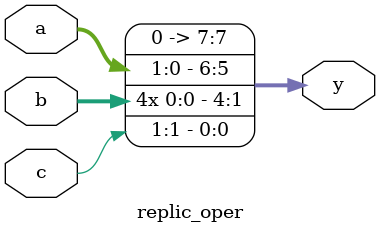
<source format=v>
`timescale 1ns / 1ps

module replic_oper(
  input [1:0] a,
  input [3:0] b,
  input [2:0] c,
  output [7:0] y
);
  
  assign y = {a, {4{b[0]}}, c[1]};
  
endmodule 


</source>
